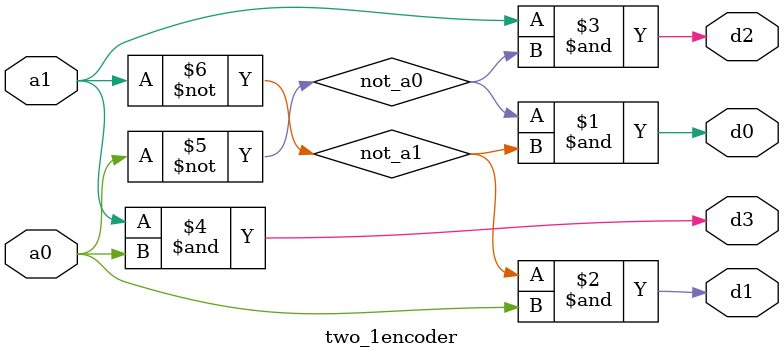
<source format=v>
`timescale 1ns / 1ps


module two_1encoder(input a1,a0 ,output d0,d1,d2,d3);
not not_1(not_a0,a0);
not not_2(not_a1,a1);
and and_1(d0,not_a0,not_a1);
and and_2(d1,not_a1,a0);
and and_3(d2,a1,not_a0);
and and_4(d3,a1,a0);
endmodule

</source>
